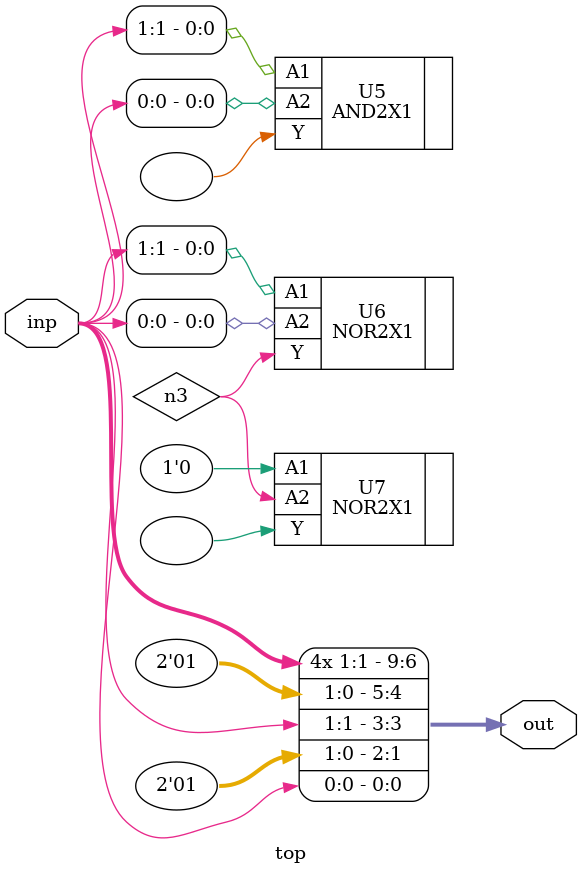
<source format=sv>


module top ( inp, out );
  input [1:0] inp;
  output [9:0] out;
  wire   n3;
  assign out[0] = inp[0];
  assign out[6] = inp[1];
  assign out[3] = inp[1];
  assign out[7] = inp[1];
  assign out[8] = inp[1];
  assign out[9] = inp[1];
  assign out[1] = out[4];
  assign out[5] = out[2];

  AND2X1 U5 (.A1(inp[1]), .A2(inp[0]), .Y());
  NOR2X1 U6 (.A1(inp[1]), .A2(inp[0]), .Y(n3));
  NOR2X1 U7 (.A1(out[2]), .A2(n3), .Y());

  assign out[2] = 1'b0;
  assign out[4] = 1'b1;
endmodule



</source>
